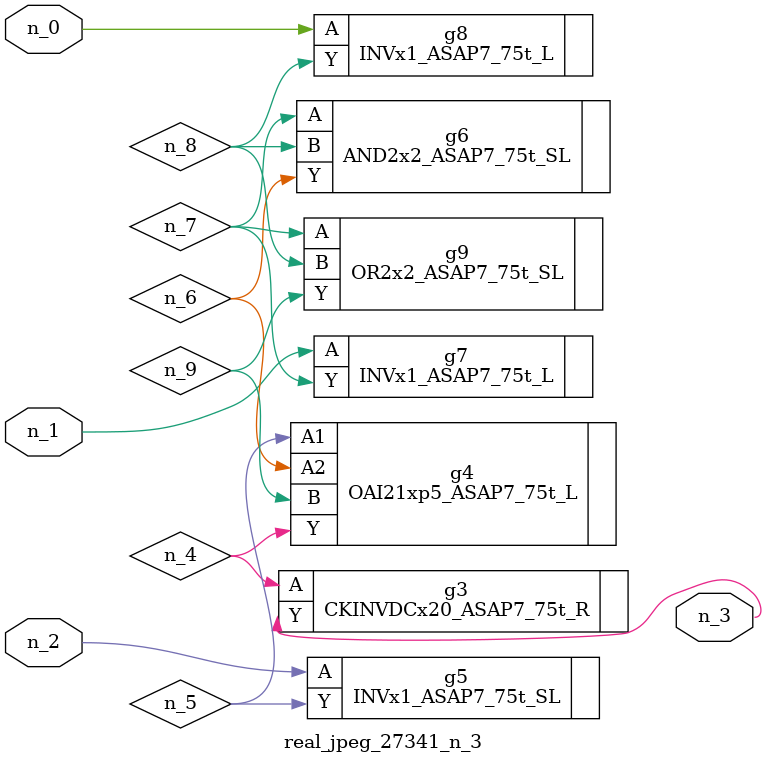
<source format=v>
module real_jpeg_27341_n_3 (n_1, n_0, n_2, n_3);

input n_1;
input n_0;
input n_2;

output n_3;

wire n_5;
wire n_4;
wire n_8;
wire n_6;
wire n_7;
wire n_9;

INVx1_ASAP7_75t_L g8 ( 
.A(n_0),
.Y(n_8)
);

INVx1_ASAP7_75t_L g7 ( 
.A(n_1),
.Y(n_7)
);

INVx1_ASAP7_75t_SL g5 ( 
.A(n_2),
.Y(n_5)
);

CKINVDCx20_ASAP7_75t_R g3 ( 
.A(n_4),
.Y(n_3)
);

OAI21xp5_ASAP7_75t_L g4 ( 
.A1(n_5),
.A2(n_6),
.B(n_9),
.Y(n_4)
);

AND2x2_ASAP7_75t_SL g6 ( 
.A(n_7),
.B(n_8),
.Y(n_6)
);

OR2x2_ASAP7_75t_SL g9 ( 
.A(n_7),
.B(n_8),
.Y(n_9)
);


endmodule
</source>
